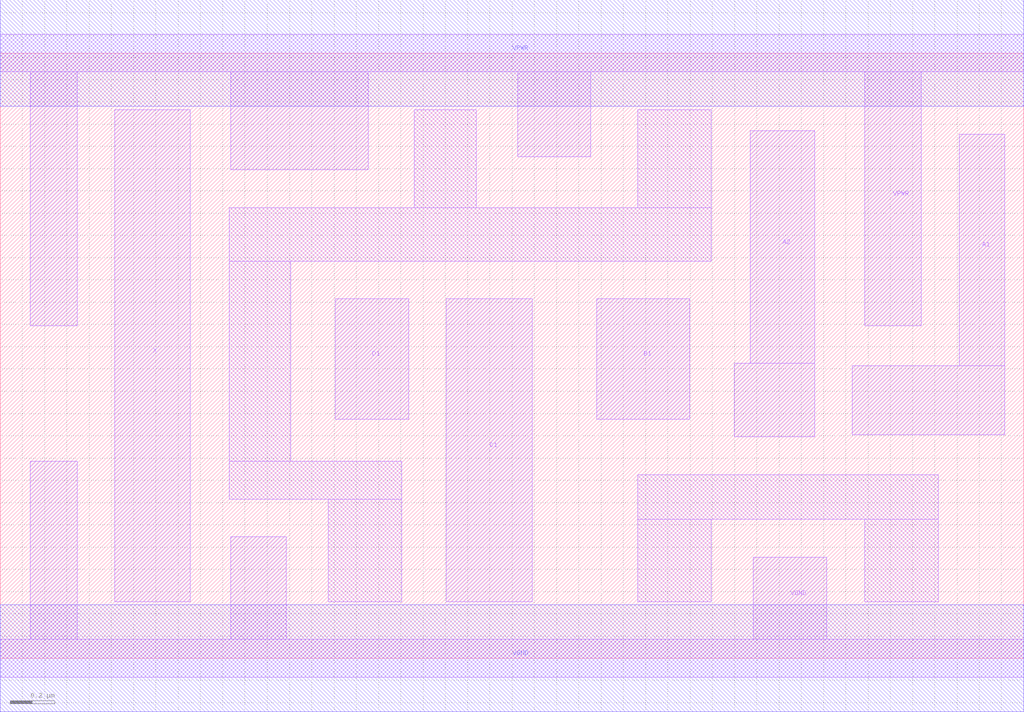
<source format=lef>
# Copyright 2020 The SkyWater PDK Authors
#
# Licensed under the Apache License, Version 2.0 (the "License");
# you may not use this file except in compliance with the License.
# You may obtain a copy of the License at
#
#     https://www.apache.org/licenses/LICENSE-2.0
#
# Unless required by applicable law or agreed to in writing, software
# distributed under the License is distributed on an "AS IS" BASIS,
# WITHOUT WARRANTIES OR CONDITIONS OF ANY KIND, either express or implied.
# See the License for the specific language governing permissions and
# limitations under the License.
#
# SPDX-License-Identifier: Apache-2.0

VERSION 5.5 ;
NAMESCASESENSITIVE ON ;
BUSBITCHARS "[]" ;
DIVIDERCHAR "/" ;
MACRO sky130_fd_sc_hd__o2111a_2
  CLASS CORE ;
  SOURCE USER ;
  ORIGIN  0.000000  0.000000 ;
  SIZE  4.600000 BY  2.720000 ;
  SYMMETRY X Y R90 ;
  SITE unithd ;
  PIN A1
    ANTENNAGATEAREA  0.247500 ;
    DIRECTION INPUT ;
    USE SIGNAL ;
    PORT
      LAYER li1 ;
        RECT 3.830000 1.005000 4.515000 1.315000 ;
        RECT 4.310000 1.315000 4.515000 2.355000 ;
    END
  END A1
  PIN A2
    ANTENNAGATEAREA  0.247500 ;
    DIRECTION INPUT ;
    USE SIGNAL ;
    PORT
      LAYER li1 ;
        RECT 3.300000 0.995000 3.660000 1.325000 ;
        RECT 3.370000 1.325000 3.660000 2.370000 ;
    END
  END A2
  PIN B1
    ANTENNAGATEAREA  0.247500 ;
    DIRECTION INPUT ;
    USE SIGNAL ;
    PORT
      LAYER li1 ;
        RECT 2.680000 1.075000 3.100000 1.615000 ;
    END
  END B1
  PIN C1
    ANTENNAGATEAREA  0.247500 ;
    DIRECTION INPUT ;
    USE SIGNAL ;
    PORT
      LAYER li1 ;
        RECT 2.005000 0.255000 2.390000 1.615000 ;
    END
  END C1
  PIN D1
    ANTENNAGATEAREA  0.247500 ;
    DIRECTION INPUT ;
    USE SIGNAL ;
    PORT
      LAYER li1 ;
        RECT 1.505000 1.075000 1.835000 1.615000 ;
    END
  END D1
  PIN X
    ANTENNADIFFAREA  0.462000 ;
    DIRECTION OUTPUT ;
    USE SIGNAL ;
    PORT
      LAYER li1 ;
        RECT 0.515000 0.255000 0.855000 2.465000 ;
    END
  END X
  PIN VGND
    DIRECTION INOUT ;
    SHAPE ABUTMENT ;
    USE GROUND ;
    PORT
      LAYER li1 ;
        RECT 0.000000 -0.085000 4.600000 0.085000 ;
        RECT 0.135000  0.085000 0.345000 0.885000 ;
        RECT 1.035000  0.085000 1.285000 0.545000 ;
        RECT 3.385000  0.085000 3.715000 0.455000 ;
    END
    PORT
      LAYER met1 ;
        RECT 0.000000 -0.240000 4.600000 0.240000 ;
    END
  END VGND
  PIN VPWR
    DIRECTION INOUT ;
    SHAPE ABUTMENT ;
    USE POWER ;
    PORT
      LAYER li1 ;
        RECT 0.000000 2.635000 4.600000 2.805000 ;
        RECT 0.135000 1.495000 0.345000 2.635000 ;
        RECT 1.035000 2.195000 1.655000 2.635000 ;
        RECT 2.325000 2.255000 2.655000 2.635000 ;
        RECT 3.885000 1.495000 4.140000 2.635000 ;
    END
    PORT
      LAYER met1 ;
        RECT 0.000000 2.480000 4.600000 2.960000 ;
    END
  END VPWR
  OBS
    LAYER li1 ;
      RECT 1.030000 0.715000 1.805000 0.885000 ;
      RECT 1.030000 0.885000 1.305000 1.785000 ;
      RECT 1.030000 1.785000 3.195000 2.025000 ;
      RECT 1.475000 0.255000 1.805000 0.715000 ;
      RECT 1.860000 2.025000 2.140000 2.465000 ;
      RECT 2.865000 0.255000 3.195000 0.625000 ;
      RECT 2.865000 0.625000 4.215000 0.825000 ;
      RECT 2.865000 2.025000 3.195000 2.465000 ;
      RECT 3.885000 0.255000 4.215000 0.625000 ;
  END
END sky130_fd_sc_hd__o2111a_2

</source>
